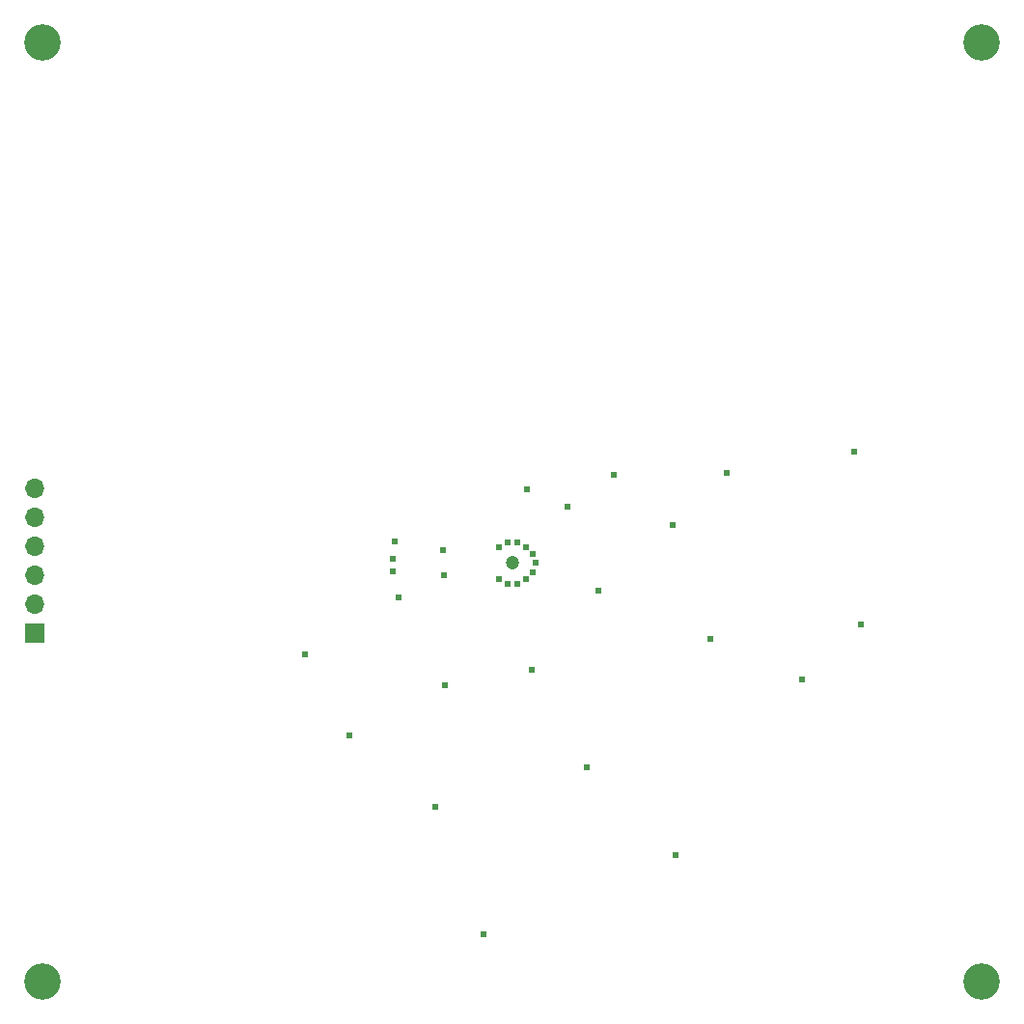
<source format=gbr>
%TF.GenerationSoftware,KiCad,Pcbnew,7.0.6-0*%
%TF.CreationDate,2024-12-08T09:24:41-03:00*%
%TF.ProjectId,CommsBoard,436f6d6d-7342-46f6-9172-642e6b696361,rev?*%
%TF.SameCoordinates,Original*%
%TF.FileFunction,Soldermask,Bot*%
%TF.FilePolarity,Negative*%
%FSLAX46Y46*%
G04 Gerber Fmt 4.6, Leading zero omitted, Abs format (unit mm)*
G04 Created by KiCad (PCBNEW 7.0.6-0) date 2024-12-08 09:24:41*
%MOMM*%
%LPD*%
G01*
G04 APERTURE LIST*
%ADD10C,1.200000*%
%ADD11R,1.700000X1.700000*%
%ADD12O,1.700000X1.700000*%
%ADD13C,3.200000*%
%ADD14C,0.609600*%
G04 APERTURE END LIST*
D10*
%TO.C,*%
X115510400Y-91400000D03*
%TD*%
D11*
%TO.C,J1*%
X73610400Y-97550000D03*
D12*
X73610400Y-95010000D03*
X73610400Y-92470000D03*
X73610400Y-89930000D03*
X73610400Y-87390000D03*
X73610400Y-84850000D03*
%TD*%
D13*
%TO.C,REF\u002A\u002A*%
X156700000Y-128100000D03*
%TD*%
%TO.C,REF\u002A\u002A*%
X74300000Y-128100000D03*
%TD*%
%TO.C,REF\u002A\u002A*%
X74300000Y-45700000D03*
%TD*%
%TO.C,REF\u002A\u002A*%
X156700000Y-45700000D03*
%TD*%
D14*
X115910400Y-93210000D03*
X129610400Y-88100000D03*
X117510400Y-91410000D03*
X134310400Y-83500000D03*
X116810400Y-84900000D03*
X116710400Y-90010000D03*
X132910400Y-98100000D03*
X145510400Y-81600000D03*
X129810400Y-117000000D03*
X120310400Y-86500000D03*
X101210400Y-106500000D03*
X109510400Y-92510000D03*
X108710400Y-112800000D03*
X140910400Y-101600000D03*
X115110400Y-93210000D03*
X109610400Y-102100000D03*
X117310400Y-92210000D03*
X123010400Y-93800000D03*
X109410400Y-90310000D03*
X97310400Y-99400000D03*
X117310400Y-90610000D03*
X105010400Y-92100000D03*
X114310400Y-90010000D03*
X105010400Y-91000000D03*
X122010400Y-109300000D03*
X115110400Y-89610000D03*
X115910400Y-89610000D03*
X113010400Y-124000000D03*
X114310400Y-92810000D03*
X124410400Y-83700000D03*
X116710400Y-92810000D03*
X146110400Y-96800000D03*
X117210400Y-100800000D03*
X105510400Y-94400000D03*
X105210400Y-89500000D03*
M02*

</source>
